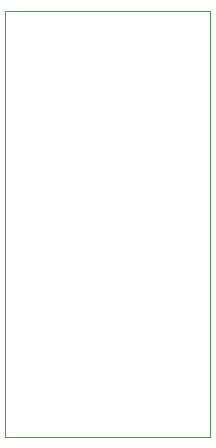
<source format=gm1>
G04 #@! TF.GenerationSoftware,KiCad,Pcbnew,(5.1.8)-1*
G04 #@! TF.CreationDate,2023-02-07T01:20:17+09:00*
G04 #@! TF.ProjectId,DIP28SSOP32_1mm,44495032-3853-4534-9f50-33325f316d6d,rev?*
G04 #@! TF.SameCoordinates,PXa9a2ce8PY790b418*
G04 #@! TF.FileFunction,Profile,NP*
%FSLAX46Y46*%
G04 Gerber Fmt 4.6, Leading zero omitted, Abs format (unit mm)*
G04 Created by KiCad (PCBNEW (5.1.8)-1) date 2023-02-07 01:20:17*
%MOMM*%
%LPD*%
G01*
G04 APERTURE LIST*
G04 #@! TA.AperFunction,Profile*
%ADD10C,0.050000*%
G04 #@! TD*
G04 APERTURE END LIST*
D10*
X0Y36093400D02*
X0Y0D01*
X17348200Y36093400D02*
X0Y36093400D01*
X17348200Y0D02*
X17348200Y36093400D01*
X0Y0D02*
X17348200Y0D01*
M02*

</source>
